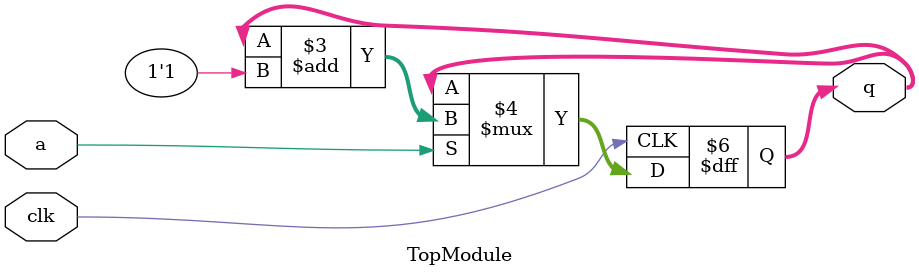
<source format=sv>

module TopModule (
  input clk,
  input a,
  output reg [2:0] q // 3-bit register to store the count
);

always @(posedge clk) begin
    if (a == 1'b1) begin
        q <= q + 1'b1; // Increment q on rising edge of clk when a is high
    end
end

endmodule

// VERILOG-EVAL: errant inclusion of module definition

</source>
